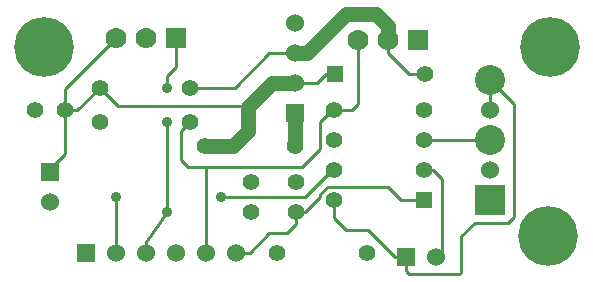
<source format=gtl>
G04 (created by PCBNEW (2013-june-11)-stable) date Sun 07 Dec 2014 10:12:18 PM EST*
%MOIN*%
G04 Gerber Fmt 3.4, Leading zero omitted, Abs format*
%FSLAX34Y34*%
G01*
G70*
G90*
G04 APERTURE LIST*
%ADD10C,0.00590551*%
%ADD11C,0.19937*%
%ADD12C,0.06*%
%ADD13C,0.1*%
%ADD14R,0.1X0.1*%
%ADD15R,0.06X0.06*%
%ADD16C,0.07*%
%ADD17R,0.07X0.07*%
%ADD18C,0.055*%
%ADD19R,0.055X0.055*%
%ADD20C,0.035*%
%ADD21C,0.05*%
%ADD22C,0.01*%
G04 APERTURE END LIST*
G54D10*
G54D11*
X40750Y-41150D03*
X57600Y-41150D03*
X57550Y-47450D03*
G54D12*
X55600Y-43250D03*
G54D13*
X55600Y-44250D03*
G54D14*
X55600Y-46250D03*
G54D13*
X55600Y-42250D03*
G54D12*
X55600Y-45250D03*
G54D15*
X52800Y-48150D03*
G54D12*
X53800Y-48150D03*
G54D16*
X43150Y-40850D03*
X44150Y-40850D03*
G54D17*
X45150Y-40850D03*
G54D16*
X51200Y-40900D03*
X52200Y-40900D03*
G54D17*
X53200Y-40900D03*
G54D18*
X45600Y-43650D03*
X42600Y-43650D03*
X51500Y-48000D03*
X48500Y-48000D03*
G54D15*
X49100Y-43350D03*
G54D12*
X49100Y-42350D03*
X49100Y-41350D03*
X49100Y-40350D03*
G54D15*
X42150Y-48000D03*
G54D12*
X43150Y-48000D03*
X44150Y-48000D03*
X45150Y-48000D03*
X46150Y-48000D03*
X47150Y-48000D03*
G54D18*
X41450Y-43250D03*
X40450Y-43250D03*
X47650Y-46650D03*
X47650Y-45650D03*
G54D19*
X53400Y-46250D03*
G54D18*
X53400Y-45250D03*
X53400Y-44250D03*
X53400Y-43250D03*
X50400Y-43250D03*
X50400Y-44250D03*
X50400Y-45250D03*
X50400Y-46250D03*
X49150Y-45650D03*
X49150Y-46650D03*
G54D15*
X40950Y-45300D03*
G54D12*
X40950Y-46300D03*
G54D18*
X42600Y-42500D03*
X45600Y-42500D03*
X49100Y-44450D03*
X46100Y-44450D03*
G54D19*
X50450Y-42050D03*
G54D18*
X53450Y-42050D03*
G54D20*
X43150Y-46150D03*
X46650Y-46150D03*
X44850Y-42500D03*
X44850Y-43650D03*
X44850Y-46650D03*
G54D21*
X49100Y-43350D02*
X49100Y-44450D01*
G54D22*
X50450Y-42050D02*
X50150Y-42050D01*
X49850Y-42350D02*
X49100Y-42350D01*
X50150Y-42050D02*
X49850Y-42350D01*
X41450Y-43250D02*
X41450Y-42550D01*
X41450Y-42550D02*
X43150Y-40850D01*
X42600Y-42500D02*
X43200Y-43100D01*
X47500Y-43100D02*
X47550Y-43150D01*
X43200Y-43100D02*
X47500Y-43100D01*
G54D21*
X46100Y-44450D02*
X47050Y-44450D01*
X47050Y-44450D02*
X47550Y-43950D01*
X47550Y-43950D02*
X47550Y-43150D01*
X48350Y-42350D02*
X49100Y-42350D01*
X47550Y-43150D02*
X48350Y-42350D01*
G54D22*
X41450Y-43250D02*
X41850Y-43250D01*
X41850Y-43250D02*
X42600Y-42500D01*
X40950Y-45300D02*
X40950Y-45200D01*
X41450Y-44700D02*
X41450Y-43250D01*
X40950Y-45200D02*
X41450Y-44700D01*
X53400Y-44250D02*
X55600Y-44250D01*
X53400Y-45250D02*
X53700Y-45250D01*
X54000Y-47950D02*
X53800Y-48150D01*
X54000Y-45550D02*
X54000Y-47950D01*
X53700Y-45250D02*
X54000Y-45550D01*
X53450Y-42050D02*
X52900Y-42050D01*
X52200Y-41350D02*
X52200Y-40900D01*
X52900Y-42050D02*
X52200Y-41350D01*
X45600Y-42500D02*
X47100Y-42500D01*
X48250Y-41350D02*
X49100Y-41350D01*
X47100Y-42500D02*
X48250Y-41350D01*
G54D21*
X52200Y-40900D02*
X52200Y-40450D01*
X49500Y-41350D02*
X49100Y-41350D01*
X50800Y-40050D02*
X49500Y-41350D01*
X51800Y-40050D02*
X50800Y-40050D01*
X52200Y-40450D02*
X51800Y-40050D01*
G54D22*
X51200Y-40900D02*
X51200Y-43050D01*
X51000Y-43250D02*
X50400Y-43250D01*
X51200Y-43050D02*
X51000Y-43250D01*
X45600Y-43650D02*
X45300Y-43950D01*
X45550Y-45150D02*
X46150Y-45150D01*
X45300Y-44900D02*
X45550Y-45150D01*
X45300Y-43950D02*
X45300Y-44900D01*
X50400Y-43250D02*
X50350Y-43250D01*
X49350Y-45150D02*
X46150Y-45150D01*
X49950Y-44550D02*
X49350Y-45150D01*
X49950Y-43650D02*
X49950Y-44550D01*
X50350Y-43250D02*
X49950Y-43650D01*
X46150Y-48000D02*
X46150Y-45150D01*
X46150Y-45150D02*
X46150Y-45150D01*
X50400Y-45250D02*
X50350Y-45250D01*
X43150Y-47850D02*
X43150Y-48000D01*
X43150Y-46150D02*
X43150Y-47850D01*
X43150Y-46150D02*
X43150Y-46150D01*
X49450Y-46150D02*
X46650Y-46150D01*
X50350Y-45250D02*
X49450Y-46150D01*
X44850Y-46650D02*
X44850Y-43650D01*
X45150Y-41800D02*
X45150Y-40850D01*
X44850Y-42100D02*
X45150Y-41800D01*
X44850Y-42500D02*
X44850Y-42100D01*
X44150Y-47650D02*
X44150Y-48000D01*
X44850Y-46650D02*
X44150Y-47650D01*
X52800Y-48150D02*
X52800Y-48600D01*
X56400Y-43050D02*
X55600Y-42250D01*
X56400Y-46800D02*
X56400Y-43050D01*
X56200Y-47000D02*
X56400Y-46800D01*
X55100Y-47000D02*
X56200Y-47000D01*
X54650Y-47450D02*
X55100Y-47000D01*
X54650Y-48650D02*
X54650Y-47450D01*
X54600Y-48700D02*
X54650Y-48650D01*
X52900Y-48700D02*
X54600Y-48700D01*
X52800Y-48600D02*
X52900Y-48700D01*
X55600Y-42250D02*
X55600Y-43250D01*
X52450Y-48150D02*
X52800Y-48150D01*
X51550Y-47250D02*
X52450Y-48150D01*
X50800Y-47250D02*
X51550Y-47250D01*
X50400Y-46250D02*
X50400Y-46850D01*
X50400Y-46850D02*
X50800Y-47250D01*
X49150Y-46650D02*
X49450Y-46650D01*
X52650Y-46250D02*
X53400Y-46250D01*
X52200Y-45800D02*
X52650Y-46250D01*
X50200Y-45800D02*
X52200Y-45800D01*
X49950Y-46050D02*
X50200Y-45800D01*
X49950Y-46150D02*
X49950Y-46050D01*
X49450Y-46650D02*
X49950Y-46150D01*
X47150Y-48000D02*
X47600Y-48000D01*
X49150Y-47050D02*
X49150Y-46650D01*
X48850Y-47350D02*
X49150Y-47050D01*
X48250Y-47350D02*
X48850Y-47350D01*
X47600Y-48000D02*
X48250Y-47350D01*
M02*

</source>
